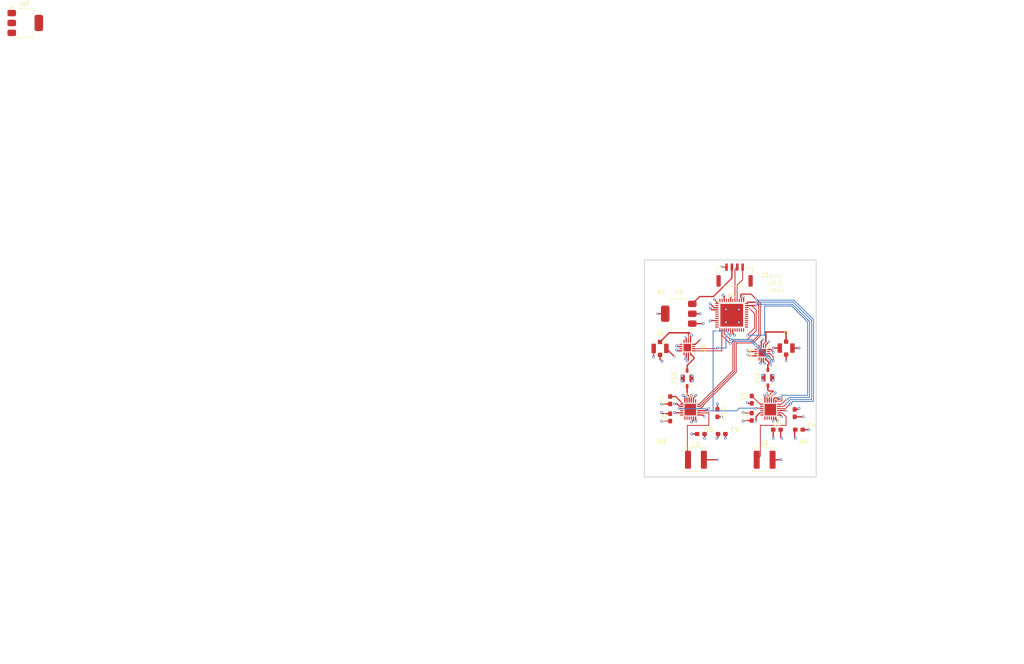
<source format=kicad_pcb>
(kicad_pcb (version 20241229) (generator "pcbnew") (generator_version "9.0")
  (layers (0 "F.Cu" signal) (4 "In1.Cu" signal) (6 "In2.Cu" signal) (2 "B.Cu" signal) (13 "F.Paste" user) (15 "B.Paste" user) (5 "F.SilkS" user "F.Silkscreen") (7 "B.SilkS" user "B.Silkscreen") (1 "F.Mask" user) (3 "B.Mask" user) (25 "Edge.Cuts" user))
  (net 0 "")
  (net 1 "Net-(FL1-IN)")
  (net 2 "Net-(FL1-OUT)")
  (net 4 "/RXEN1")
  (net 5 "+3.3V")
  (net 16 "/TX")
  (net 17 "/TXENO")
  (net 18 "/CS1")
  (net 20 "/CSO")
  (net 21 "/SCK")
  (net 27 "GND")
  (net 28 "/MISO")
  (net 29 "/RXENO")
  (net 31 "/TXEN1")
  (net 35 "/RX")
  (net 41 "/MOSI")
  (net 44 "Net-(U2-VR_PA)")
  (net 45 "Net-(U3-VR_PA)")
  (net 46 "Net-(FL2-IN)")
  (net 47 "Net-(FL2-OUT)")
  (net 48 "Net-(J1-In)")
  (net 49 "Net-(J2-In)")
  (net 50 "/VCC")
  (net 51 "Net-(U2-DCC_SW)")
  (net 52 "Net-(U3-DCC_SW)")
  (net 54 "/NRESET")
  (net 59 "Net-(U2-XTA)")
  (net 62 "/CS0")
  (net 63 "Net-(U3-XTA)")
  (footprint "Package_DFN_QFN:QFN-48-1EP_7x7mm_P0.5mm_EP5.3x5.3mm" (layer "F.Cu") (at 168.939 71.75055)
    (property "Reference" "U1")
    (property "Value" "ESP32-PICO-D4" (hide yes))
  )
  (footprint "Capacitor_SMD:C_0603_1608Metric_Pad1.08x0.95mm_HandSolder" (layer "F.Cu") (at 173.599 91.41055 90)
    (property "Reference" "C1")
    (property "Value" "10nF" (hide yes))
  )
  (footprint "Inductor_SMD:L_APV_ANR5045" (layer "F.Cu") (at 176.599 105.41055)
    (property "Reference" "L1")
    (property "Value" "15uH MPL-SES5040-150" (hide yes))
  )
  (footprint "Capacitor_SMD:C_0603_1608Metric_Pad1.08x0.95mm_HandSolder" (layer "F.Cu") (at 166.599 99.41055 180)
    (property "Reference" "C9")
    (property "Value" "100nF" (hide yes))
  )
  (footprint "MountingHole:MountingHole_3.2mm_M3" (layer "F.Cu") (at 152.599 105.41055)
    (property "Reference" "H3")
    (property "Value" "MountingHole" (hide yes))
  )
  (footprint "Capacitor_SMD:C_0603_1608Metric_Pad1.08x0.95mm_HandSolder" (layer "F.Cu") (at 184.599 98.41055 180)
    (property "Reference" "C4")
    (property "Value" "100nF" (hide yes))
  )
  (footprint "Capacitor_SMD:C_0603_1608Metric_Pad1.08x0.95mm_HandSolder" (layer "F.Cu") (at 154.599 95.54805 90)
    (property "Reference" "C6")
    (property "Value" "10nF" (hide yes))
  )
  (footprint "Capacitor_SMD:C_0603_1608Metric_Pad1.08x0.95mm_HandSolder" (layer "F.Cu") (at 165.599 94.54805 -90)
    (property "Reference" "C10")
    (property "Value" "100nF" (hide yes))
  )
  (footprint "MountingHole:MountingHole_3.2mm_M3" (layer "F.Cu") (at 184.599 62.41055)
    (property "Reference" "H2" (hide yes))
    (property "Value" "MountingHole" (hide yes))
  )
  (footprint "Package_DFN_QFN:QFN-16-1EP_3x3mm_P0.5mm_EP1.75x1.75mm" (layer "F.Cu") (at 176.059 80.47055 90)
    (property "Reference" "U4")
    (property "Value" "~")
  )
  (footprint "Filter:Filter_Mini-Circuits_FV1206-4" (layer "F.Cu") (at 158.549 86.47305 90)
    (property "Reference" "FL2")
    (property "Value" "BFCN-2450" (hide yes))
  )
  (footprint "MountingHole:MountingHole_3.2mm_M3" (layer "F.Cu") (at 152.599 62.41055)
    (property "Reference" "H1")
    (property "Value" "MountingHole" (hide yes))
  )
  (footprint "Connector_Coaxial:U.FL_Molex_MCRF_73412-0110_Vertical" (layer "F.Cu") (at 152.2365 79.48555 180)
    (property "Reference" "J2")
    (property "Value" "Conn_Coaxial" (hide yes))
  )
  (footprint "Package_TO_SOT_SMD:SOT-223-3_TabPin2" (layer "F.Cu") (at 156.599 71.41055 180)
    (property "Reference" "U5")
    (property "Value" "LM1117MP-3.3" (hide yes))
  )
  (footprint "Connector_Coaxial:U.FL_Molex_MCRF_73412-0110_Vertical" (layer "F.Cu") (at 181.599 79.41055 180)
    (property "Reference" "J1")
    (property "Value" "Conn_Coaxial" (hide yes))
  )
  (footprint "Capacitor_SMD:C_0603_1608Metric_Pad1.08x0.95mm_HandSolder" (layer "F.Cu") (at 179.4615 98.41055)
    (property "Reference" "C5")
    (property "Value" "470nF" (hide yes))
  )
  (footprint "Package_TO_SOT_SMD:SOT-223-3_TabPin2" (layer "F.Cu") (at 4.425 3.7)
    (property "Reference" "U7")
    (property "Value" "LM1117MP-3.3")
  )
  (footprint "Capacitor_SMD:C_0603_1608Metric_Pad1.08x0.95mm_HandSolder" (layer "F.Cu") (at 154.599 91.54805 90)
    (property "Reference" "C7")
    (property "Value" "10nF" (hide yes))
  )
  (footprint "Connector_JST:JST_GH_SM04B-GHS-TB_1x04-1MP_P1.25mm_Horizontal" (layer "F.Cu") (at 169.599 62.41055)
    (property "Reference" "J3")
    (property "Value" "Conn_01x04_Pin" (hide yes))
  )
  (footprint "Package_DFN_QFN:QFN-24-1EP_4x4mm_P0.5mm_EP2.7x2.7mm" (layer "F.Cu") (at 177.924 93.73555)
    (property "Reference" "U2")
    (property "Value" "~")
  )
  (footprint "Inductor_SMD:L_APV_ANR5045" (layer "F.Cu") (at 160.599 105.41055)
    (property "Reference" "L2")
    (property "Value" "15uH MPL-SE5040-150" (hide yes))
  )
  (footprint "MountingHole:MountingHole_3.2mm_M3" (layer "F.Cu") (at 184.599 105.41055)
    (property "Reference" "H4")
    (property "Value" "MountingHole" (hide yes))
  )
  (footprint "Capacitor_SMD:C_0603_1608Metric_Pad1.08x0.95mm_HandSolder" (layer "F.Cu") (at 183.599 94.54805 90)
    (property "Reference" "C3" (hide yes))
    (property "Value" "100nF" (hide yes))
  )
  (footprint "Capacitor_SMD:C_0603_1608Metric_Pad1.08x0.95mm_HandSolder" (layer "F.Cu") (at 173.599 95.41055 90)
    (property "Reference" "C2")
    (property "Value" "10nF" (hide yes))
  )
  (footprint "Package_DFN_QFN:QFN-16-1EP_3x3mm_P0.5mm_EP1.75x1.75mm" (layer "F.Cu") (at 158.584 79.29555 90)
    (property "Reference" "U6")
    (property "Value" "~")
  )
  (footprint "Capacitor_SMD:C_0603_1608Metric_Pad1.08x0.95mm_HandSolder" (layer "F.Cu") (at 161.7365 99.41055)
    (property "Reference" "C8")
    (property "Value" "470nF" (hide yes))
  )
  (footprint "Filter:Filter_Mini-Circuits_FV1206-4" (layer "F.Cu") (at 177.349 86.31055 90)
    (property "Reference" "FL1")
    (property "Value" "BFCN-2450" (hide yes))
  )
  (footprint "Package_DFN_QFN:QFN-24-1EP_4x4mm_P0.5mm_EP2.7x2.7mm" (layer "F.Cu") (at 159.274 93.73555)
    (property "Reference" "U3")
    (property "Value" "~")
  )
  (gr_rect (start 148.599 58.91055) (end 188.599 109.41055) (stroke (width 0.2)) (fill no) (layer "Edge.Cuts"))
  (gr_text "elrs\nv0.1\nIman" (at 177.5 66.5 0) (layer "F.SilkS") (effects (font (size 1 1) (thickness 0.1)) (justify left bottom)))
  (segment (start 177.674 90.33555) (end 178.599 89.41055) (width 0.3) (layer "F.Cu") (net 1))
  (segment (start 177.349 88.12555) (end 177.349 88.41055) (width 0.35) (layer "F.Cu") (net 1))
  (segment (start 177.674 91.77305) (end 177.674 90.33555) (width 0.3) (layer "F.Cu") (net 1))
  (segment (start 177.599 89.41055) (end 177.349 89.16055) (width 0.3) (layer "F.Cu") (net 1))
  (segment (start 178.599 89.41055) (end 177.599 89.41055) (width 0.3) (layer "F.Cu") (net 1))
  (segment (start 177.349 88.41055) (end 177.349 89.16055) (width 0.35) (layer "F.Cu") (net 1))
  (segment (start 177.599 88.41055) (end 177.349 88.41055) (width 0.3) (layer "F.Cu") (net 1))
  (segment (start 177.349 83.27805) (end 177.349 84.49555) (width 0.35) (layer "F.Cu") (net 2))
  (segment (start 177.619 82.74305) (end 177.619 83.00805) (width 0.25) (layer "F.Cu") (net 2))
  (segment (start 177.619 82.74305) (end 176.835 81.95905) (width 0.35) (layer "F.Cu") (net 2))
  (segment (start 177.619 83.00805) (end 177.349 83.27805) (width 0.35) (layer "F.Cu") (net 2))
  (segment (start 176.835 81.95905) (end 176.835 81.93305) (width 0.35) (layer "F.Cu") (net 2))
  (segment (start 169.189 75.20055) (end 169.189 76.00055) (width 0.3) (layer "F.Cu") (net 5))
  (segment (start 157.1215 80.04555) (end 156.334 80.04555) (width 0.3) (layer "F.Cu") (net 5))
  (segment (start 157.1215 79.04555) (end 156.334 79.04555) (width 0.3) (layer "F.Cu") (net 5))
  (segment (start 171.689 68.30055) (end 171.689 67.50055) (width 0.3) (layer "F.Cu") (net 5))
  (segment (start 160.024 95.69805) (end 160.024 96.19706) (width 0.3) (layer "F.Cu") (net 5))
  (segment (start 171.7365 94.54805) (end 171.599 94.41055) (width 0.2) (layer "F.Cu") (net 5))
  (segment (start 154.599 94.68555) (end 152.874 94.68555) (width 0.3) (layer "F.Cu") (net 5))
  (segment (start 172.929 80.22055) (end 172.619 79.91055) (width 0.3) (layer "F.Cu") (net 5))
  (segment (start 178.674 95.69805) (end 178.674 96.407759) (width 0.3) (layer "F.Cu") (net 5))
  (segment (start 172.929 81.22055) (end 172.619 80.91055) (width 0.3) (layer "F.Cu") (net 5))
  (segment (start 183.599 98.41055) (end 183.599 100.27305) (width 0.3) (layer "F.Cu") (net 5))
  (segment (start 180.40951 93.96155) (end 180.329282 93.96155) (width 0.3) (layer "F.Cu") (net 5))
  (segment (start 179.174 95.69805) (end 179.174 95.98555) (width 0.3) (layer "F.Cu") (net 5))
  (segment (start 164.329 70.50055) (end 163.919 70.09055) (width 0.3) (layer "F.Cu") (net 5))
  (segment (start 171.689 67.50055) (end 171.599 67.41055) (width 0.3) (layer "F.Cu") (net 5))
  (segment (start 168.689 68.30055) (end 168.689 67.50055) (width 0.3) (layer "F.Cu") (net 5))
  (segment (start 165.7365 99.41055) (end 165.7365 100.13555) (width 0.3) (layer "F.Cu") (net 5))
  (segment (start 179.8865 93.98555) (end 180.305282 93.98555) (width 0.1) (layer "F.Cu") (net 5))
  (segment (start 163.024 93.98555) (end 163.599 93.41055) (width 0.3) (layer "F.Cu") (net 5))
  (segment (start 164.829 70.00055) (end 163.919 69.09055) (width 0.3) (layer "F.Cu") (net 5))
  (segment (start 164.009 73.00055) (end 163.919 73.09055) (width 0.3) (layer "F.Cu") (net 5))
  (segment (start 156.81249 92.98555) (end 156.23749 92.41055) (width 0.3) (layer "F.Cu") (net 5))
  (segment (start 165.489 68.66055) (end 164.919 68.09055) (width 0.3) (layer "F.Cu") (net 5))
  (segment (start 163.024 93.98555) (end 161.2365 93.98555) (width 0.3) (layer "F.Cu") (net 5))
  (segment (start 165.489 73.00055) (end 164.009 73.00055) (width 0.3) (layer "F.Cu") (net 5))
  (segment (start 165.7365 100.13555) (end 165.4615 100.41055) (width 0.3) (layer "F.Cu") (net 5))
  (segment (start 156.23749 92.41055) (end 155.599 92.41055) (width 0.3) (layer "F.Cu") (net 5))
  (segment (start 181.63005 93.93655) (end 180.43451 93.93655) (width 0.3) (layer "F.Cu") (net 5))
  (segment (start 174.5965 81.22055) (end 172.929 81.22055) (width 0.3) (layer "F.Cu") (net 5))
  (segment (start 183.599 93.68555) (end 184.324 93.68555) (width 0.3) (layer "F.Cu") (net 5))
  (segment (start 160.024 96.19706) (end 159.61051 96.61055) (width 0.3) (layer "F.Cu") (net 5))
  (segment (start 165.599 95.41055) (end 166.599 95.41055) (width 0.3) (layer "F.Cu") (net 5))
  (segment (start 165.489 70.00055) (end 164.829 70.00055) (width 0.3) (layer "F.Cu") (net 5))
  (segment (start 159.61051 96.61055) (end 159.57308 96.61055) (width 0.3) (layer "F.Cu") (net 5))
  (segment (start 159.749 71.41055) (end 161.599 71.41055) (width 0.3) (layer "F.Cu") (net 5))
  (segment (start 160.524 96.33555) (end 160.599 96.41055) (width 0.3) (layer "F.Cu") (net 5))
  (segment (start 160.874 99.41055) (end 159.599 99.41055) (width 0.3) (layer "F.Cu") (net 5))
  (segment (start 161.3615 93.86055) (end 161.2365 93.98555) (width 0.01) (layer "F.Cu") (net 5))
  (segment (start 152.874 94.68555) (end 152.599 94.41055) (width 0.3) (layer "F.Cu") (net 5))
  (segment (start 157.3115 92.98555) (end 156.81249 92.98555) (width 0.3) (layer "F.Cu") (net 5))
  (segment (start 178.449 105.41055) (end 180.449 105.41055) (width 0.3) (layer "F.Cu") (net 5))
  (segment (start 165.489 69.00055) (end 165.489 68.66055) (width 0.3) (layer "F.Cu") (net 5))
  (segment (start 167.189 68.30055) (end 167.189 67.36055) (width 0.3) (layer "F.Cu") (net 5))
  (segment (start 162.449 105.41055) (end 165.599 105.41055) (width 0.3) (layer "F.Cu") (net 5))
  (segment (start 160.524 95.69805) (end 160.524 96.33555) (width 0.3) (layer "F.Cu") (net 5))
  (segment (start 184.324 93.68555) (end 184.599 93.41055) (width 0.3) (layer "F.Cu") (net 5))
  (segment (start 180.43451 93.93655) (end 180.40951 93.96155) (width 0.3) (layer "F.Cu") (net 5))
  (segment (start 169.189 76.00055) (end 169.599 76.41055) (width 0.3) (layer "F.Cu") (net 5))
  (segment (start 156.334 79.04555) (end 156.144 78.85555) (width 0.3) (layer "F.Cu") (net 5))
  (segment (start 179.174 95.98555) (end 179.599 96.41055) (width 0.3) (layer "F.Cu") (net 5))
  (segment (start 180.329282 93.96155) (end 180.305282 93.98555) (width 0.3) (layer "F.Cu") (net 5))
  (segment (start 153.449 71.41055) (end 151.599 71.41055) (width 0.3) (layer "F.Cu") (net 5))
  (segment (start 181.653716 93.960216) (end 181.63005 93.93655) (width 0.3) (layer "F.Cu") (net 5))
  (segment (start 183.599 100.27305) (end 183.7365 100.41055) (width 0.3) (layer "F.Cu") (net 5))
  (segment (start 173.599 94.54805) (end 171.7365 94.54805) (width 0.2) (layer "F.Cu") (net 5))
  (segment (start 178.674 96.407759) (end 178.632558 96.449201) (width 0.3) (layer "F.Cu") (net 5))
  (segment (start 168.689 67.50055) (end 168.599 67.41055) (width 0.3) (layer "F.Cu") (net 5))
  (segment (start 181.653716 93.993685) (end 181.653716 93.960216) (width 0.3) (layer "F.Cu") (net 5))
  (segment (start 178.599 98.41055) (end 178.599 100.41055) (width 0.3) (layer "F.Cu") (net 5))
  (segment (start 165.489 70.50055) (end 164.329 70.50055) (width 0.3) (layer "F.Cu") (net 5))
  (segment (start 174.5965 80.22055) (end 172.929 80.22055) (width 0.3) (layer "F.Cu") (net 5))
  (segment (start 167.189 67.36055) (end 166.919 67.09055) (width 0.3) (layer "F.Cu") (net 5))
  (segment (start 156.334 80.04555) (end 156.144 79.85555) (width 0.3) (layer "F.Cu") (net 5))
  (via (at 159.599 99.41055) (size 0.6) (drill 0.3) (layers "F.Cu" "B.Cu") (net 5))
  (via (at 180.449 105.41055) (size 0.6) (drill 0.3) (layers "F.Cu" "B.Cu") (net 5))
  (via (at 171.599 67.41055) (size 0.5) (drill 0.3) (layers "F.Cu" "B.Cu") (net 5))
  (via (at 168.599 67.41055) (size 0.5) (drill 0.3) (layers "F.Cu" "B.Cu") (net 5))
  (via (at 155.599 92.41055) (size 0.6) (drill 0.3) (layers "F.Cu" "B.Cu") (net 5))
  (via (at 171.599 94.41055) (size 0.6) (drill 0.3) (layers "F.Cu" "B.Cu") (net 5))
  (via (at 164.919 68.09055) (size 0.6) (drill 0.3) (layers "F.Cu" "B.Cu") (net 5))
  (via (at 169.599 76.41055) (size 0.6) (drill 0.3) (layers "F.Cu" "B.Cu") (net 5))
  (via (at 178.632558 96.449201) (size 0.6) (drill 0.3) (layers "F.Cu" "B.Cu") (net 5))
  (via (at 151.599 71.41055) (size 0.5) (drill 0.3) (layers "F.Cu" "B.Cu") (net 5))
  (via (at 179.599 96.41055) (size 0.6) (drill 0.3) (layers "F.Cu" "B.Cu") (net 5))
  (via (at 163.919 69.09055) (size 0.6) (drill 0.3) (layers "F.Cu" "B.Cu") (net 5))
  (via (at 165.599 105.41055) (size 0.6) (drill 0.3) (layers "F.Cu" "B.Cu") (net 5))
  (via (at 161.599 71.41055) (size 0.6) (drill 0.3) (layers "F.Cu" "B.Cu") (net 5))
  (via (at 166.919 67.09055) (size 0.6) (drill 0.3) (layers "F.Cu" "B.Cu") (net 5))
  (via (at 159.57308 96.61055) (size 0.6) (drill 0.3) (layers "F.Cu" "B.Cu") (net 5))
  (via (at 163.919 73.09055) (size 0.6) (drill 0.3) (layers "F.Cu" "B.Cu") (net 5))
  (via (at 156.144 78.85555) (size 0.6) (drill 0.3) (layers "F.Cu" "B.Cu") (net 5))
  (via (at 172.619 80.91055) (size 0.5) (drill 0.3) (layers "F.Cu" "B.Cu") (net 5))
  (via (at 160.599 96.41055) (size 0.6) (drill 0.3) (layers "F.Cu" "B.Cu") (net 5))
  (via (at 152.599 94.41055) (size 0.6) (drill 0.3) (layers "F.Cu" "B.Cu") (net 5))
  (via (at 156.144 79.85555) (size 0.6) (drill 0.3) (layers "F.Cu" "B.Cu") (net 5))
  (via (at 165.4615 100.41055) (size 0.6) (drill 0.3) (layers "F.Cu" "B.Cu") (net 5))
  (via (at 178.599 100.41055) (size 0.6) (drill 0.3) (layers "F.Cu" "B.Cu") (net 5))
  (via (at 183.7365 100.41055) (size 0.6) (drill 0.3) (layers "F.Cu" "B.Cu") (net 5))
  (via (at 163.599 93.41055) (size 0.5) (drill 0.3) (layers "F.Cu" "B.Cu") (net 5))
  (via (at 166.599 95.41055) (size 0.6) (drill 0.3) (layers "F.Cu" "B.Cu") (net 5))
  (via (at 181.653716 93.993685) (size 0.5) (drill 0.3) (layers "F.Cu" "B.Cu") (net 5))
  (via (at 163.919 70.09055) (size 0.6) (drill 0.3) (layers "F.Cu" "B.Cu") (net 5))
  (via (at 172.619 79.91055) (size 0.5) (drill 0.3) (layers "F.Cu" "B.Cu") (net 5))
  (via (at 184.599 93.41055) (size 0.6) (drill 0.3) (layers "F.Cu" "B.Cu") (net 5))
  (segment (start 169.689 68.30055) (end 169.689 61.09555) (width 0.2) (layer "F.Cu") (net 16))
  (segment (start 169.689 61.09555) (end 170.224 60.56055) (width 0.2) (layer "F.Cu") (net 16))
  (segment (start 168.599 78.41055) (end 166.689 76.50055) (width 0.2) (layer "F.Cu") (net 17))
  (segment (start 166.615 80.04555) (end 166.615 75.27455) (width 0.2) (layer "F.Cu") (net 17))
  (segment (start 160.0465 80.04555) (end 166.615 80.04555) (width 0.2) (layer "F.Cu") (net 17))
  (segment (start 178.045 83.465934) (end 178.037192 83.473742) (width 0.1) (layer "F.Cu") (net 17))
  (segment (start 166.689 76.50055) (end 166.689 75.20055) (width 0.2) (layer "F.Cu") (net 17))
  (segment (start 166.615 75.27455) (end 166.689 75.20055) (width 0.2) (layer "F.Cu") (net 17))
  (segment (start 178.045 81.74405) (end 178.045 83.465934) (width 0.1) (layer "F.Cu") (net 17))
  (segment (start 177.5215 81.22055) (end 178.045 81.74405) (width 0.1) (layer "F.Cu") (net 17))
  (via (at 178.037192 83.473742) (size 0.5) (drill 0.3) (layers "F.Cu" "B.Cu") (net 17))
  (via (at 168.599 78.41055) (size 0.5) (drill 0.3) (layers "F.Cu" "B.Cu") (net 17))
  (segment (start 169.198001 77.81155) (end 168.599001 78.41055) (width 0.2) (layer "B.Cu") (net 17))
  (segment (start 177.998 82.37665) (end 173.4329 77.81155) (width 0.2) (layer "B.Cu") (net 17))
  (segment (start 177.998 82.659493) (end 177.998 82.37665) (width 0.2) (layer "B.Cu") (net 17))
  (segment (start 178.037192 83.473742) (end 178.037192 82.698685) (width 0.2) (layer "B.Cu") (net 17))
  (segment (start 168.599001 78.41055) (end 168.599 78.41055) (width 0.2) (layer "B.Cu") (net 17))
  (segment (start 178.037192 82.698685) (end 177.998 82.659493) (width 0.2) (layer "B.Cu") (net 17))
  (segment (start 173.4329 77.81155) (end 169.198001 77.81155) (width 0.2) (layer "B.Cu") (net 17))
  (segment (start 173.248 70.369428) (end 172.879122 70.00055) (width 0.1) (layer "F.Cu") (net 18))
  (segment (start 172.599 76.41055) (end 174.198 74.81155) (width 0.2) (layer "F.Cu") (net 18))
  (segment (start 180.599 91.77305) (end 180.599 90.41055) (width 0.2) (layer "F.Cu") (net 18))
  (segment (start 179.174 91.77305) (end 180.599 91.77305) (width 0.2) (layer "F.Cu") (net 18))
  (segment (start 174.248 71.369428) (end 173.248 70.369428) (width 0.2) (layer "F.Cu") (net 18))
  (segment (start 172.879122 70.00055) (end 172.389 70.00055) (width 0.1) (layer "F.Cu") (net 18))
  (segment (start 174.248 74.76155) (end 174.248 71.369428) (width 0.2) (layer "F.Cu") (net 18))
  (segment (start 174.198 74.81155) (end 174.198 74.76155) (width 0.2) (layer "F.Cu") (net 18))
  (via (at 172.599 76.41055) (size 0.5) (drill 0.3) (layers "F.Cu" "B.Cu") (net 18))
  (via (at 180.599 90.41055) (size 0.5) (drill 0.3) (layers "F.Cu" "B.Cu") (net 18))
  (segment (start 182.887567 69.612547) (end 176.599 69.612547) (width 0.2) (layer "B.Cu") (net 18))
  (segment (start 176.599 69.612547) (end 176.599 76.41055) (width 0.2) (layer "B.Cu") (net 18))
  (segment (start 186.599 73.32398) (end 182.887567 69.612547) (width 0.2) (layer "B.Cu") (net 18))
  (segment (start 176.599 76.41055) (end 172.599 76.41055) (width 0.2) (layer "B.Cu") (net 18))
  (segment (start 186.599 90.41055) (end 186.599 73.32398) (width 0.2) (layer "B.Cu") (net 18))
  (segment (start 180.599 90.41055) (end 186.599 90.41055) (width 0.2) (layer "B.Cu") (net 18))
  (segment (start 179.8865 92.48555) (end 180.524 92.48555) (width 0.2) (layer "F.Cu") (net 21))
  (segment (start 174.509 69.50055) (end 173.599 69.50055) (width 0.3) (layer "F.Cu") (net 21))
  (segment (start 174.649 70.55055) (end 173.599 69.50055) (width 0.2) (layer "F.Cu") (net 21))
  (segment (start 172.389 69.50055) (end 173.599 69.50055) (width 0.3) (layer "F.Cu") (net 21))
  (segment (start 169.198 77.64545) (end 169.4329 77.41055) (width 0.2) (layer "F.Cu") (net 21))
  (segment (start 161.2365 92.48555) (end 161.38025 92.48555) (width 0.2) (layer "F.Cu") (net 21))
  (segment (start 169.198 84.6678) (end 169.198 77.64545) (width 0.2) (layer "F.Cu") (net 21))
  (segment (start 174.649 75.36055) (end 174.649 70.55055) (width 0.2) (layer "F.Cu") (net 21))
  (segment (start 174.599 69.41055) (end 174.509 69.50055) (width 0.3) (layer "F.Cu") (net 21))
  (segment (start 172.599 77.41055) (end 174.649 75.36055) (width 0.2) (layer "F.Cu") (net 21))
  (segment (start 169.4329 77.41055) (end 172.599 77.41055) (width 0.2) (layer "F.Cu") (net 21))
  (segment (start 161.38025 92.48555) (end 169.198 84.6678) (width 0.2) (layer "F.Cu") (net 21))
  (segment (start 180.524 92.48555) (end 181.599 91.41055) (width 0.2) (layer "F.Cu") (net 21))
  (via (at 174.599 69.41055) (size 0.5) (drill 0.3) (layers "F.Cu" "B.Cu") (net 21))
  (via (at 181.599 91.41055) (size 0.5) (drill 0.3) (layers "F.Cu" "B.Cu") (net 21))
  (segment (start 174.847943 69.311547) (end 174.698003 69.311547) (width 0.3) (layer "B.Cu") (net 21))
  (segment (start 174.947943 69.211547) (end 174.847943 69.311547) (width 0.3) (layer "B.Cu") (net 21))
  (segment (start 183.053667 69.211547) (end 174.947943 69.211547) (width 0.2) (layer "B.Cu") (net 21))
  (segment (start 181.89048 91.41055) (end 182.39148 90.90955) (width 0.2) (layer "B.Cu") (net 21))
  (segment (start 182.39148 90.90955) (end 187.046 90.90955) (width 0.2) (layer "B.Cu") (net 21))
  (segment (start 174.698003 69.311547) (end 174.599 69.41055) (width 0.3) (layer "B.Cu") (net 21))
  (segment (start 181.599 91.41055) (end 181.89048 91.41055) (width 0.2) (layer "B.Cu") (net 21))
  (segment (start 187.046 73.20388) (end 183.053667 69.211547) (width 0.2) (layer "B.Cu") (net 21))
  (segment (start 187.046 90.90955) (end 187.046 73.20388) (width 0.2) (layer "B.Cu") (net 21))
  (segment (start 168.939 72.07055) (end 167.599 73.41055) (width 0.3) (layer "F.Cu") (net 27))
  (segment (start 174.599 95.34904) (end 174.599 96.41055) (width 0.3) (layer "F.Cu") (net 27))
  (segment (start 178.93849 91.00955) (end 178.698 91.25004) (width 0.3) (layer "F.Cu") (net 27))
  (segment (start 158.334 80.75805) (end 158.334 81.66555) (width 0.3) (layer "F.Cu") (net 27))
  (segment (start 180.324 100.13555) (end 180.599 100.41055) (width 0.3) (layer "F.Cu") (net 27))
  (segment (start 176.309 81.93305) (end 176.309 82.60055) (width 0.3) (layer "F.Cu") (net 27))
  (segment (start 180.124 79.41055) (end 178.599 79.41055) (width 0.3) (layer "F.Cu") (net 27))
  (segment (start 158.334 77.04555) (end 158.144 76.85555) (width 0.1) (layer "F.Cu") (net 27))
  (segment (start 162.599 99.41055) (end 162.599 99.68555) (width 0.3) (layer "F.Cu") (net 27))
  (segment (start 160.0465 78.54555) (end 160.464 78.54555) (width 0.3) (layer "F.Cu") (net 27))
  (segment (start 173.599 96.27305) (end 171.7365 96.27305) (width 0.3) (layer "F.Cu") (net 27))
  (segment (start 183.599 95.41055) (end 185.599 95.41055) (width 0.3) (layer "F.Cu") (net 27))
  (segment (start 179.40951 91.00955) (end 178.93849 91.00955) (width 0.3) (layer "F.Cu") (net 27))
  (segment (start 178.599 80.32404) (end 178.599 80.41055) (width 0.3) (layer "F.Cu") (net 27))
  (segment (start 162.174 94.98555) (end 162.599 95.41055) (width 0.3) (layer "F.Cu") (net 27))
  (segment (start 159.334 76.67555) (end 159.599 76.41055) (width 0.3) (layer "F.Cu") (net 27))
  (segment (start 175.46249 94.48555) (end 174.599 95.34904) (width 0.3) (layer "F.Cu") (net 27))
  (segment (start 176.809 78.72055) (end 177.619 77.91055) (width 0.3) (layer "F.Cu") (net 27))
  (segment (start 167.4615 99.41055) (end 167.4615 100.41055) (width 0.3) (layer "F.Cu") (net 27))
  (segment (start 155.674 94.48555) (end 155.599 94.41055) (width 0.3) (layer "F.Cu") (net 27))
  (segment (start 177.174 91.77305) (end 177.174 89.869434) (width 0.3) (layer "F.Cu") (net 27))
  (segment (start 178.174 91.77305) (end 178.174 90.75479) (width 0.3) (layer "F.Cu") (net 27))
  (segment (start 180.174 94.98555) (end 180.599 95.41055) (width 0.3) (layer "F.Cu") (net 27))
  (segment (start 158.334 77.83305) (end 158.334 77.04555) (width 0.3) (layer "F.Cu") (net 27))
  (segment (start 162.599 99.41055) (end 162.599 100.41055) (width 0.3) (layer "F.Cu") (net 27))
  (segment (start 179.999 90.95955) (end 180.148 91.10855) (width 0.3) (layer "F.Cu") (net 27))
  (segment (start 152.2365 82.01055) (end 152.7115 82.48555) (width 0.3) (layer "F.Cu") (net 27))
  (segment (start 173.599 92.27305) (end 172.7365 92.27305) (width 0.3) (layer "F.Cu") (net 27))
  (segment (start 181.599 80.91055) (end 181.599 82.41055) (width 0.3) (layer "F.Cu") (net 27))
  (segment (start 171.7365 96.27305) (end 171.599 96.41055) (width 0.3) (layer "F.Cu") (net 27))
  (segment (start 178.698 91.25004) (end 178.698 91.77305) (width 0.3) (layer "F.Cu") (net 27))
  (segment (start 159.749 73.71055) (end 159.899 73.71055) (width 0.2) (layer "F.Cu") (net 27))
  (segment (start 154.599 96.41055) (end 152.599 96.41055) (width 0.2) (layer "F.Cu") (net 27))
  (segment (start 160.024 90.98555) (end 160.599 90.41055) (width 0.3) (layer "F.Cu") (net 27))
  (segment (start 154.599 92.41055) (end 152.599 92.41055) (width 0.3) (layer "F.Cu") (net 27))
  (segment (start 160.464 78.54555) (end 161.599 77.41055) (width 0.3) (layer "F.Cu") (net 27))
  (segment (start 169.259 71.75055) (end 170.599 70.41055) (width 0.3) (layer "F.Cu") (net 27))
  (segment (start 175.809 77.84555) (end 176.244 77.41055) (width 0.3) (layer "F.Cu") (net 27))
  (segment (start 165.599 93.68555) (end 165.599 92.41055) (width 0.3) (layer "F.Cu") (net 27))
  (segment (start 167.724 60.56055) (end 166.749 60.56055) (width 0.3) (layer "F.Cu") (net 27))
  (segment (start 179.8865 94.98555) (end 180.174 94.98555) (width 0.1) (layer "F.Cu") (net 27))
  (segment (start 175.809 82.72055) (end 175.619 82.91055) (width 0.3) (layer "F.Cu") (net 27))
  (segment (start 179.65 91.25004) (end 179.40951 91.00955) (width 0.3) (layer "F.Cu") (net 27))
  (segment (start 168.939 71.75055) (end 168.939 72.07055) (width 0.3) (layer "F.Cu") (net 27))
  (segment (start 150.7615 81.43555) (end 150.7115 81.48555) (width 0.3) (layer "F.Cu") (net 27))
  (segment (start 153.7115 79.52305) (end 155.599 81.41055) (width 0.3) (layer "F.Cu") (net 27))
  (segment (start 159.749 73.71055) (end 162.299 73.71055) (width 0.3) (layer "F.Cu") (net 27))
  (segment (start 183.074 79.41055) (end 184.599 79.41055) (width 0.3) (layer "F.Cu") (net 27))
  (segment (start 158.334 81.66555) (end 158.144 81.85555) (width 0.3) (layer "F.Cu") (net 27))
  (segment (start 180.148 91.10855) (end 180.148 91.32205) (width 0.3) (layer "F.Cu") (net 27))
  (segment (start 176.309 82.60055) (end 176.619 82.91055) (width 0.3) (layer "F.Cu") (net 27))
  (segment (start 179.65 91.32205) (end 179.65 91.25004) (width 0.3) (layer "F.Cu") (net 27))
  (segment (start 150.7615 79.48555) (end 150.7615 81.43555) (width 0.3) (layer "F.Cu") (net 27))
  (segment (start 180.324 98.41055) (end 180.324 100.13555) (width 0.3) (layer "F.Cu") (net 27))
  (segment (start 157.599 90.41055) (end 158.024 90.83555) (width 0.3) (layer "F.Cu") (net 27))
  (segment (start 159.524 91.77305) (end 159.524 90.48555) (width 0.3) (layer "F.Cu") (net 27))
  (segment (start 158.524 91.148384) (end 158.524 91.77305) (width 0.3) (layer "F.Cu") (net 27))
  (segment (start 176.809 79.00805) (end 176.809 78.72055) (width 0.1) (layer "F.Cu") (net 27))
  (segment (start 185.4615 98.41055) (end 186.874 98.41055) (width 0.3) (layer "F.Cu") (net 27))
  (segment (start 175.809 81.93305) (end 175.809 82.72055) (width 0.3) (layer "F.Cu") (net 27))
  (segment (start 153.7115 79.48555) (end 153.7115 79.52305) (width 0.3) (layer "F.Cu") (net 27))
  (segment (start 172.7365 92.27305) (end 172.599 92.13555) (width 0.3) (layer "F.Cu") (net 27))
  (segment (start 152.2365 80.98555) (end 152.2365 82.01055) (width 0.3) (layer "F.Cu") (net 27))
  (segment (start 180.148 91.32205) (end 179.65 91.32205) (width 0.3) (layer "F.Cu") (net 27))
  (segment (start 160.024 91.77305) (end 160.024 90.98555) (width 0.3) (layer "F.Cu") (net 27))
  (segment (start 175.809 79.00805) (end 175.809 77.84555) (width 0.3) (layer "F.Cu") (net 27))
  (segment (start 166.749 60.56055) (end 166.599 60.41055) (width 0.3) (layer "F.Cu") (net 27))
  (segment (start 168.939 71.75055) (end 167.599 70.41055) (width 0.3) (layer "F.Cu") (net 27))
  (segment (start 158.024 90.83555) (end 158.024 91.77305) (width 0.3) (layer "F.Cu") (net 27))
  (segment (start 176.674 91.77305) (end 176.674 90.48555) (width 0.3) (layer "F.Cu") (net 27))
  (segment (start 168.939 71.75055) (end 170.599 73.41055) (width 0.3) (layer "F.Cu") (net 27))
  (segment (start 179.8865 94.98555) (end 180.38551 94.98555) (width 0.3) (layer "F.Cu") (net 27))
  (segment (start 177.5215 79.72055) (end 177.99551 79.72055) (width 0.3) (layer "F.Cu") (net 27))
  (segment (start 161.2365 94.98555) (end 162.174 94.98555) (width 0.3) (layer "F.Cu") (net 27))
  (segment (start 158.198068 90.822452) (end 158.524 91.148384) (width 0.3) (layer "F.Cu") (net 27))
  (segment (start 177.99551 79.72055) (end 178.599 80.32404) (width 0.3) (layer "F.Cu") (net 27))
  (segment (start 168.939 71.75055) (end 169.259 71.75055) (width 0.3) (layer "F.Cu") (net 27))
  (segment (start 158.834 82.17555) (end 158.599 82.41055) (width 0.3) (layer "F.Cu") (net 27))
  (segment (start 178.174 90.75479) (end 179.05862 89.87017) (width 0.3) (layer "F.Cu") (net 27))
  (segment (start 159.524 90.48555) (end 159.599 90.41055) (width 0.3) (layer "F.Cu") (net 27))
  (segment (start 157.3115 94.48555) (end 155.674 94.48555) (width 0.3) (layer "F.Cu") (net 27))
  (segment (start 178.698 91.77305) (end 178.674 91.77305) (width 0.3) (layer "F.Cu") (net 27))
  (segment (start 176.674 90.48555) (end 176.599 90.41055) (width 0.3) (layer "F.Cu") (net 27))
  (segment (start 177.174 89.869434) (end 177.157058 89.852492) (width 0.25) (layer "F.Cu") (net 27))
  (segment (start 159.334 77.83305) (end 159.334 76.67555) (width 0.3) (layer "F.Cu") (net 27))
  (segment (start 158.834 80.75805) (end 158.834 82.17555) (width 0.3) (layer "F.Cu") (net 27))
  (via (at 167.599 70.41055) (size 0.5) (drill 0.3) (layers "F.Cu" "B.Cu") (net 27))
  (via (at 179.999 90.95955) (size 0.6) (drill 0.3) (layers "F.Cu" "B.Cu") (net 27))
  (via (at 158.144 81.85555) (size 0.6) (drill 0.3) (layers "F.Cu" "B.Cu") (net 27))
  (via (at 175.619 82.91055) (size 0.6) (drill 0.3) (layers "F.Cu" "B.Cu") (net 27))
  (via (at 152.599 92.41055) (size 0.6) (drill 0.3) (layers "F.Cu" "B.Cu") (net 27))
  (via (at 174.599 96.41055) (size 0.5) (drill 0.3) (layers "F.Cu" "B.Cu") (net 27))
  (via (at 158.198068 90.822452) (size 0.6) (drill 0.3) (layers "F.Cu" "B.Cu") (net 27))
  (via (at 155.599 94.41055) (size 0.6) (drill 0.3) (layers "F.Cu" "B.Cu") (net 27))
  (via (at 181.599 82.41055) (size 0.5) (drill 0.3) (layers "F.Cu" "B.Cu") (net 27))
  (via (at 162.599 100.41055) (size 0.6) (drill 0.3) (layers "F.Cu" "B.Cu") (net 27))
  (via (at 177.157058 89.852492) (size 0.5) (drill 0.3) (layers "F.Cu" "B.Cu") (net 27))
  (via (at 161.599 77.41055) (size 0.5) (drill 0.3) (layers "F.Cu" "B.Cu") (net 27))
  (via (at 167.4615 100.41055) (size 0.6) (drill 0.3) (layers "F.Cu" "B.Cu") (net 27))
  (via (at 185.599 95.41055) (size 0.6) (drill 0.3) (layers "F.Cu" "B.Cu") (net 27))
  (via (at 179.05862 89.87017) (size 0.6) (drill 0.3) (layers "F.Cu" "B.Cu") (net 27))
  (via (at 162.299 73.71055) (size 0.6) (drill 0.3) (layers "F.Cu" "B.Cu") (net 27))
  (via (at 166.599 60.41055) (size 0.5) (drill 0.3) (layers "F.Cu" "B.Cu") (net 27))
  (via (at 178.599 79.41055) (size 0.6) (drill 0.3) (layers "F.Cu" "B.Cu") (net 27))
  (via (at 184.599 79.41055) (size 0.6) (drill 0.3) (layers "F.Cu" "B.Cu") (net 27))
  (via (at 172.599 92.13555) (size 0.6) (drill 0.3) (layers "F.Cu" "B.Cu") (net 27))
  (via (at 170.599 70.41055) (size 0.5) (drill 0.3) (layers "F.Cu" "B.Cu") (net 27))
  (via (at 176.244 77.41055) (size 0.5) (drill 0.3) (layers "F.Cu" "B.Cu") (net 27))
  (via (at 167.599 73.41055) (size 0.5) (drill 0.3) (layers "F.Cu" "B.Cu") (net 27))
  (via (at 177.619 77.91055) (size 0.5) (drill 0.3) (layers "F.Cu" "B.Cu") (net 27))
  (via (at 170.599 73.41055) (size 0.5) (drill 0.3) (layers "F.Cu" "B.Cu") (net 27))
  (via (at 158.599 82.41055) (size 0.6) (drill 0.3) (layers "F.Cu" "B.Cu") (net 27))
  (via (at 160.599 90.41055) (size 0.6) (drill 0.3) (layers "F.Cu" "B.Cu") (net 27))
  (via (at 180.599 95.41055) (size 0.5) (drill 0.3) (layers "F.Cu" "B.Cu") (net 27))
  (via (at 159.599 76.41055) (size 0.6) (drill 0.3) (layers "F.Cu" "B.Cu") (net 27))
  (via (at 159.599 90.41055) (size 0.6) (drill 0.3) (layers "F.Cu" "B.Cu") (net 27))
  (via (at 152.599 96.41055) (size 0.6) (drill 0.3) (layers "F.Cu" "B.Cu") (net 27))
  (via (at 158.144 76.85555) (size 0.5) (drill 0.3) (layers "F.Cu" "B.Cu") (net 27))
  (via (at 171.599 96.41055) (size 0.6) (drill 0.3) (layers "F.Cu" "B.Cu") (net 27))
  (via (at 165.599 92.41055) (size 0.6) (drill 0.3) (layers "F.Cu" "B.Cu") (net 27))
  (via (at 178.599 80.41055) (size 0.6) (drill 0.3) (layers "F.Cu" "B.Cu") (net 27))
  (via (at 162.599 95.41055) (size 0.5) (drill 0.3) (layers "F.Cu" "B.Cu") (net 27))
  (via (at 157.599 90.41055) (size 0.6) (drill 0.3) (layers "F.Cu" "B.Cu") (net 27))
  (via (at 180.599 100.41055) (size 0.6) (drill 0.3) (layers "F.Cu" "B.Cu") (net 27))
  (via (at 176.599 90.41055) (size 0.6) (drill 0.3) (layers "F.Cu" "B.Cu") (net 27))
  (via (at 155.599 81.41055) (size 0.5) (drill 0.3) (layers "F.Cu" "B.Cu") (net 27))
  (via (at 176.619 82.91055) (size 0.6) (drill 0.3) (layers "F.Cu" "B.Cu") (net 27))
  (via (at 150.7115 81.48555) (size 0.6) (drill 0.3) (layers "F.Cu" "B.Cu") (net 27))
  (via (at 152.7115 82.48555) (size 0.6) (drill 0.3) (layers "F.Cu" "B.Cu") (net 27))
  (via (at 186.874 98.41055) (size 0.6) (drill 0.3) (layers "F.Cu" "B.Cu") (net 27))
  (segment (start 171.089336 66.85955) (end 171.048 66.900886) (width 0.2) (layer "F.Cu") (net 28))
  (segment (start 179.8865 93.48555) (end 181.44324 93.48555) (width 0.2) (layer "F.Cu") (net 28))
  (segment (start 173.9312 78.21255) (end 175.599 76.54475) (width 0.2) (layer "F.Cu") (net 28))
  (segment (start 165.599 89.401) (end 170 85) (width 0.2) (layer "F.Cu") (net 28))
  (segment (start 162.351 92.866448) (end 162.351 92.649) (width 0.2) (layer "F.Cu") (net 28))
  (segment (start 175.601 69.012544) (end 175.601 68.995507) (width 0.2) (layer "F.Cu") (net 28))
  (segment (start 174.748003 68.159547) (end 173.398006 66.80955) (width 0.2) (layer "F.Cu") (net 28))
  (segment (start 174.599 68.010544) (end 173.448006 66.85955) (width 0.2) (layer "F.Cu") (net 28))
  (segment (start 161.837798 93.31255) (end 161.904898 93.31255) (width 0.2) (layer "F.Cu") (net 28))
  (segment (start 174.927232 68.259547) (end 174.827232 68.159547) (width 0.2) (layer "F.Cu") (net 28))
  (segment (start 175.19994 68.523737) (end 174.93575 68.259547) (width 0.2) (layer "F.Cu") (net 28))
  (segment (start 173.448006 66.85955) (end 171.089336 66.85955) (width 0.2) (layer "F.Cu") (net 28))
  (segment (start 171.048 67.638782) (end 171.189 67.779782) (width 0.2) (layer "F.Cu") (net 28))
  (segment (start 171.350057 66.80955) (end 170.998 67.161607) (width 0.3) (layer "F.Cu") (net 28))
  (segment (start 175.701 69.112544) (end 175.601 69.012544) (width 0.2) (layer "F.Cu") (net 28))
  (segment (start 164.41055 90.599) (end 165.599 89.41055) (width 0.2) (layer "F.Cu") (net 28))
  (segment (start 161.2365 93.48555) (end 161.3105 93.41155) (width 0.2) (layer "F.Cu") (net 28))
  (segment (start 174.93575 68.259547) (end 174.927232 68.259547) (width 0.2) (layer "F.Cu") (net 28))
  (segment (start 175.701 69.70655) (end 175.701 69.112544) (width 0.2) (layer "F.Cu") (net 28))
  (segment (start 181.44324 93.48555) (end 182.51824 92.41055) (width 0.2) (layer "F.Cu") (net 28))
  (segment (start 175.599 69.80855) (end 175.701 69.70655) (width 0.2) (layer "F.Cu") (net 28))
  (segment (start 170 85) (end 170 78.21255) (width 0.2) (layer "F.Cu") (net 28))
  (segment (start 170.998 67.161607) (end 170.998 67.62304) (width 0.2) (layer "F.Cu") (net 28))
  (segment (start 161.3105 93.41155) (end 161.738798 93.41155) (width 0.2) (layer "F.Cu") (net 28))
  (segment (start 171.189 67.779782) (end 171.189 68.30055) (width 0.2) (layer "F.Cu") (net 28))
  (segment (start 175.19994 68.594447) (end 175.19994 68.523737) (width 0.2) (layer "F.Cu") (net 28))
  (segment (start 164.401 90.599) (end 164.41055 90.599) (width 0.2) (layer "F.Cu") (net 28))
  (segment (start 171.048 66.900886) (end 171.048 67.638782) (width 0.2) (layer "F.Cu") (net 28))
  (segment (start 175.599 76.54475) (end 175.599 69.80855) (width 0.2) (layer "F.Cu") (net 28))
  (segment (start 170 78.21255) (end 173.9312 78.21255) (width 0.2) (layer "F.Cu") (net 28))
  (segment (start 161.904898 93.31255) (end 162.351 92.866448) (width 0.2) (layer "F.Cu") (net 28))
  (segment (start 182.51824 92.41055) (end 182.599 92.41055) (width 0.2) (layer "F.Cu") (net 28))
  (segment (start 161.738798 93.41155) (end 161.837798 93.31255) (width 0.2) (layer "F.Cu") (net 28))
  (segment (start 174.827232 68.159547) (end 174.748003 68.159547) (width 0.2) (layer "F.Cu") (net 28))
  (segment (start 173.398006 66.80955) (end 171.350057 66.80955) (width 0.2) (layer "F.Cu") (net 28))
  (segment (start 162.351 92.649) (end 164.401 90.599) (width 0.2) (layer "F.Cu") (net 28))
  (segment (start 165.599 89.41055) (end 165.599 89.401) (width 0.2) (layer "F.Cu") (net 28))
  (segment (start 175.601 68.995507) (end 175.19994 68.594447) (width 0.2) (layer "F.Cu") (net 28))
  (via (at 174.599 68.010544) (size 0.5) (drill 0.3) (layers "F.Cu" "B.Cu") (net 28))
  (via (at 182.599 92.41055) (size 0.6) (drill 0.3) (layers "F.Cu" "B.Cu") (net 28))
  (segment (start 174.748003 68.159547) (end 174.599 68.010544) (width 0.2) (layer "B.Cu") (net 28))
  (segment (start 174.927232 68.259547) (end 174.827232 68.159547) (width 0.2) (layer "B.Cu") (net 28))
  (segment (start 187.998 72.80955) (end 183.447997 68.259547) (width 0.2) (layer "B.Cu") (net 28))
  (segment (start 187.998 91.59736) (end 187.998 72.80955) (width 0.2) (layer "B.Cu") (net 28))
  (segment (start 187.73381 91.86155) (end 187.998 91.59736) (width 0.2) (layer "B.Cu") (net 28))
  (segment (start 183.148 91.86155) (end 187.73381 91.86155) (width 0.2) (layer "B.Cu") (net 28))
  (segment (start 183.447997 68.259547) (end 174.927232 68.259547) (width 0.2) (layer "B.Cu") (net 28))
  (segment (start 174.827232 68.159547) (end 174.748003 68.159547) (width 0.2) (layer "B.Cu") (net 28))
  (segment (start 182.599 92.41055) (end 183.148 91.86155) (width 0.2) (layer "B.Cu") (net 28))
  (segment (start 160.0465 79.54555) (end 165.464 79.54555) (width 0.2) (layer "F.Cu") (net 29))
  (segment (start 167.599 76.41055) (end 167.189 76.00055) (width 0.2) (layer "F.Cu") (net 29))
  (segment (start 177.5215 80.72055) (end 177.924798 80.72055) (width 0.2) (layer "F.Cu") (net 29))
  (segment (start 168.599 77.41055) (end 167.189 76.00055) (width 0.2) (layer "F.Cu") (net 29))
  (segment (start 165.464 79.54555) (end 165.599 79.41055) (width 0.2) (layer "F.Cu") (net 29))
  (segment (start 177.924798 80.72055) (end 178.599 81.394752) (width 0.2) (layer "F.Cu") (net 29))
  (segment (start 178.599 81.394752) (end 178.599 82.41055) (width 0.2) (layer "F.Cu") (net 29))
  (segment (start 167.189 76.00055) (end 167.189 75.20055) (width 0.2) (layer "F.Cu") (net 29))
  (via (at 178.599 82.41055) (size 0.6) (drill 0.3) (layers "F.Cu" "B.Cu") (net 29))
  (via (at 167.599 76.41055) (size 0.6) (drill 0.3) (layers "F.Cu" "B.Cu") (net 29))
  (via (at 168.599 77.41055) (size 0.6) (drill 0.3) (layers "F.Cu" "B.Cu") (net 29))
  (via (at 165.599 79.41055) (size 0.6) (drill 0.3) (layers "F.Cu" "B.Cu") (net 29))
  (segment (start 173.599 77.41055) (end 168.599 77.41055) (width 0.2) (layer "B.Cu") (net 29))
  (segment (start 167.599 79.41055) (end 167.599 76.41055) (width 0.2) (layer "B.Cu") (net 29))
  (segment (start 165.599 79.41055) (end 167.599 79.41055) (width 0.2) (layer "B.Cu") (net 29))
  (segment (start 178.599 82.41055) (end 173.599 77.41055) (width 0.2) (layer "B.Cu") (net 29))
  (segment (start 170.189 68.30055) (end 170.189 64.75939) (width 0.2) (layer "F.Cu") (net 35))
  (segment (start 171.474 63.47439) (end 171.474 60.56055) (width 0.2) (layer "F.Cu") (net 35))
  (segment (start 170.189 64.75939) (end 171.474 63.47439) (width 0.2) (layer "F.Cu") (net 35))
  (segment (start 175.15 69.638782) (end 175.15 69.182318) (width 0.2) (layer "F.Cu") (net 41))
  (segment (start 175.129289 69.161607) (end 175.2 69.161607) (width 0.2) (layer "F.Cu") (net 41))
  (segment (start 175.198 76.37865) (end 175.198 69.64245) (width 0.2) (layer "F.Cu") (net 41))
  (segment (start 161.2365 92.98555) (end 161.2365 92.91155) (width 0.2) (layer "F.Cu") (net 41))
  (segment (start 179.8865 92.98555) (end 181.024 92.98555) (width 0.2) (layer "F.Cu") (net 41))
  (segment (start 161.95 92.700348) (end 161.95 92.4829) (width 0.2) (layer "F.Cu") (net 41))
  (segment (start 169.599 77.81155) (end 173.7651 77.81155) (width 0.2) (layer "F.Cu") (net 41))
  (segment (start 175.15 69.182318) (end 175.129289 69.161607) (width 0.2) (layer "F.Cu") (net 41))
  (segment (start 181.024 92.98555) (end 181.599 92.41055) (width 0.2) (layer "F.Cu") (net 41))
  (segment (start 161.95 92.4829) (end 169.599 84.8339) (width 0.2) (layer "F.Cu") (net 41))
  (segment (start 173.7651 77.81155) (end 175.198 76.37865) (width 0.2) (layer "F.Cu") (net 41))
  (segment (start 172.679003 68.710547) (end 172.389 69.00055) (width 0.2) (layer "F.Cu") (net 41))
  (segment (start 174.74894 68.710547) (end 172.679003 68.710547) (width 0.3) (layer "F.Cu") (net 41))
  (segment (start 175.198 69.64245) (end 175.3 69.54045) (width 0.2) (layer "F.Cu") (net 41))
  (segment (start 161.738798 92.91155) (end 161.95 92.700348) (width 0.2) (layer "F.Cu") (net 41))
  (segment (start 175.3 69.54045) (end 175.3 69.488782) (width 0.2) (layer "F.Cu") (net 41))
  (segment (start 161.2365 92.91155) (end 161.738798 92.91155) (width 0.2) (layer "F.Cu") (net 41))
  (segment (start 174.599 68.710547) (end 172.679003 68.710547) (width 0.3) (layer "F.Cu") (net 41))
  (segment (start 175.3 69.488782) (end 175.15 69.638782) (width 0.2) (layer "F.Cu") (net 41))
  (segment (start 175.2 69.161607) (end 174.74894 68.710547) (width 0.2) (layer "F.Cu") (net 41))
  (segment (start 169.599 84.8339) (end 169.599 77.81155) (width 0.2) (layer "F.Cu") (net 41))
  (via (at 181.599 92.41055) (size 0.5) (drill 0.3) (layers "F.Cu" "B.Cu") (net 41))
  (via (at 174.599 68.710547) (size 0.5) (drill 0.3) (layers "F.Cu" "B.Cu") (net 41))
  (segment (start 187.547 72.99636) (end 183.261187 68.710547) (width 0.2) (layer "B.Cu") (net 41))
  (segment (start 182.599 91.41055) (end 187.547 91.41055) (width 0.2) (layer "B.Cu") (net 41))
  (segment (start 181.599 92.41055) (end 182.599 91.41055) (width 0.2) (layer "B.Cu") (net 41))
  (segment (start 183.261187 68.710547) (end 174.599 68.710547) (width 0.2) (layer "B.Cu") (net 41))
  (segment (start 187.547 91.41055) (end 187.547 72.99636) (width 0.2) (layer "B.Cu") (net 41))
  (segment (start 175.9615 92.48555) (end 175.5365 92.48555) (width 0.2) (layer "F.Cu") (net 44))
  (segment (start 175.5365 92.48555) (end 173.599 90.54805) (width 0.2) (layer "F.Cu") (net 44))
  (segment (start 157.3115 92.12305) (end 155.874 90.68555) (width 0.3) (layer "F.Cu") (net 45))
  (segment (start 155.874 90.68555) (end 154.599 90.68555) (width 0.3) (layer "F.Cu") (net 45))
  (segment (start 157.3115 92.48555) (end 157.3115 92.12305) (width 0.3) (layer "F.Cu") (net 45))
  (segment (start 159.024 91.77305) (end 159.024 90.720848) (width 0.3) (layer "F.Cu") (net 46))
  (segment (start 158.549 88.28805) (end 158.549 90.245848) (width 0.35) (layer "F.Cu") (net 46))
  (segment (start 158.816685 90.476764) (end 158.567384 90.227463) (width 0.3) (layer "F.Cu") (net 46))
  (segment (start 158.816685 90.513533) (end 158.816685 90.476764) (width 0.3) (layer "F.Cu") (net 46))
  (segment (start 159.024 90.720848) (end 158.816685 90.513533) (width 0.3) (layer "F.Cu") (net 46))
  (segment (start 158.549 83.36055) (end 158.599 83.41055) (width 0.3) (layer "F.Cu") (net 47))
  (segment (start 159.36 80.78405) (end 159.36 80.75805) (width 0.3) (layer "F.Cu") (net 47))
  (segment (start 158.599 83.41055) (end 160.144 81.86555) (width 0.3) (layer "F.Cu") (net 47))
  (segment (start 160.144 81.56805) (end 159.36 80.78405) (width 0.3) (layer "F.Cu") (net 47))
  (segment (start 158.549 84.65805) (end 158.549 83.36055) (width 0.3) (layer "F.Cu") (net 47))
  (segment (start 160.144 81.86555) (end 160.144 81.56805) (width 0.3) (layer "F.Cu") (net 47))
  (segment (start 181.599 75.66055) (end 176.869 75.66055) (width 0.35) (layer "F.Cu") (net 48))
  (segment (start 176.869 77.916674) (end 176.309 78.476674) (width 0.2) (layer "F.Cu") (net 48))
  (segment (start 176.869 75.66055) (end 176.869 77.916674) (width 0.35) (layer "F.Cu") (net 48))
  (segment (start 181.599 77.91055) (end 181.599 75.66055) (width 0.35) (layer "F.Cu") (net 48))
  (segment (start 176.309 78.476674) (end 176.309 79.00805) (width 0.2) (layer "F.Cu") (net 48))
  (segment (start 158.834 76.16555) (end 159.144 75.85555) (width 0.35) (layer "F.Cu") (net 49))
  (segment (start 158.834 76.16555) (end 158.834 77.83305) (width 0.2) (layer "F.Cu") (net 49))
  (segment (start 159.144 75.85555) (end 154.3665 75.85555) (width 0.35) (layer "F.Cu") (net 49))
  (segment (start 154.3665 75.85555) (end 152.2365 77.98555) (width 0.35) (layer "F.Cu") (net 49))
  (segment (start 168.974 60.56055) (end 168.974 63.114896) (width 0.3) (layer "F.Cu") (net 50))
  (segment (start 168.974 63.114896) (end 164.678346 67.41055) (width 0.3) (layer "F.Cu") (net 50))
  (segment (start 164.678346 67.41055) (end 161.449 67.41055) (width 0.3) (layer "F.Cu") (net 50))
  (segment (start 161.449 67.41055) (end 159.749 69.11055) (width 0.3) (layer "F.Cu") (net 50))
  (segment (start 174.749 105.41055) (end 175.599 104.56055) (width 0.2) (layer "F.Cu") (net 51))
  (segment (start 181.599 95.41055) (end 180.674 94.48555) (width 0.2) (layer "F.Cu") (net 51))
  (segment (start 175.599 97.41055) (end 181.599 97.41055) (width 0.2) (layer "F.Cu") (net 51))
  (segment (start 181.599 97.41055) (end 181.599 95.41055) (width 0.2) (layer "F.Cu") (net 51))
  (segment (start 180.674 94.48555) (end 179.8865 94.48555) (width 0.2) (layer "F.Cu") (net 51))
  (segment (start 175.599 104.56055) (end 175.599 97.41055) (width 0.2) (layer "F.Cu") (net 51))
  (segment (start 163.599 94.41055) (end 163.524 94.48555) (width 0.2) (layer "F.Cu") (net 52))
  (segment (start 158.599 97.41055) (end 163.599 97.41055) (width 0.2) (layer "F.Cu") (net 52))
  (segment (start 158.599 105.26055) (end 158.599 97.41055) (width 0.2) (layer "F.Cu") (net 52))
  (segment (start 163.599 97.41055) (end 163.599 94.41055) (width 0.2) (layer "F.Cu") (net 52))
  (segment (start 158.749 105.41055) (end 158.599 105.26055) (width 0.2) (layer "F.Cu") (net 52))
  (segment (start 163.524 94.48555) (end 161.2365 94.48555) (width 0.2) (layer "F.Cu") (net 52))
  (segment (start 175.8865 93.41055) (end 175.9615 93.48555) (width 0.2) (layer "F.Cu") (net 54))
  (segment (start 174.599 93.41055) (end 175.8865 93.41055) (width 0.2) (layer "F.Cu") (net 54))
  (segment (start 168.689 75.20055) (end 168.689 76.32055) (width 0.2) (layer "F.Cu") (net 54))
  (segment (start 168.689 76.32055) (end 168.599 76.41055) (width 0.2) (layer "F.Cu") (net 54))
  (segment (start 157.3115 93.48555) (end 156.579319 93.48555) (width 0.3) (layer "F.Cu") (net 54))
  (via (at 174.599 93.41055) (size 0.6) (drill 0.3) (layers "F.Cu" "B.Cu") (net 54))
  (via (at 168.599 76.41055) (size 0.6) (drill 0.3) (layers "F.Cu" "B.Cu") (net 54))
  (via (at 156.543163 93.521706) (size 0.5) (drill 0.3) (layers "F.Cu" "B.Cu") (net 54))
  (segment (start 162.860213 93.521706) (end 163.350057 94.01155) (width 0.2) (layer "B.Cu") (net 54))
  (segment (start 164.599 94.01155) (end 170.077346 94.01155) (width 0.2) (layer "B.Cu") (net 54))
  (segment (start 156.543163 93.521706) (end 162.860213 93.521706) (width 0.2) (layer "B.Cu") (net 54))
  (segment (start 164.599 75.41055) (end 164.599 94.01155) (width 0.2) (layer "B.Cu") (net 54))
  (segment (start 170.077346 94.01155) (end 170.678346 93.41055) (width 0.2) (layer "B.Cu") (net 54))
  (segment (start 163.350057 94.01155) (end 164.599 94.01155) (width 0.2) (layer "B.Cu") (net 54))
  (segment (start 168.599 76.41055) (end 167.599 75.41055) (width 0.2) (layer "B.Cu") (net 54))
  (segment (start 170.678346 93.41055) (end 174.599 93.41055) (width 0.2) (layer "B.Cu") (net 54))
  (segment (start 167.599 75.41055) (end 164.599 75.41055) (width 0.2) (layer "B.Cu") (net 54))
)
</source>
